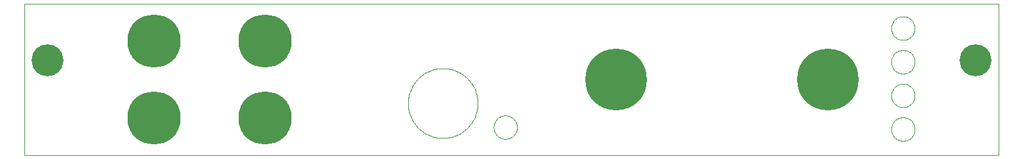
<source format=gtl>
G75*
%MOIN*%
%OFA0B0*%
%FSLAX24Y24*%
%IPPOS*%
%LPD*%
%AMOC8*
5,1,8,0,0,1.08239X$1,22.5*
%
%ADD10C,0.0010*%
%ADD11C,0.0000*%
%ADD12C,0.2762*%
%ADD13C,0.3195*%
%ADD14C,0.1660*%
D10*
X000847Y001846D02*
X051437Y001846D01*
X051437Y009721D01*
X000847Y009721D01*
X000847Y001846D01*
D11*
X020768Y004543D02*
X020770Y004628D01*
X020776Y004713D01*
X020786Y004797D01*
X020800Y004881D01*
X020818Y004964D01*
X020839Y005046D01*
X020865Y005127D01*
X020894Y005207D01*
X020927Y005285D01*
X020963Y005361D01*
X021004Y005436D01*
X021047Y005509D01*
X021094Y005580D01*
X021144Y005648D01*
X021198Y005714D01*
X021254Y005778D01*
X021314Y005838D01*
X021376Y005896D01*
X021440Y005951D01*
X021508Y006003D01*
X021577Y006052D01*
X021649Y006097D01*
X021723Y006139D01*
X021799Y006177D01*
X021876Y006212D01*
X021955Y006243D01*
X022036Y006271D01*
X022117Y006294D01*
X022200Y006314D01*
X022283Y006330D01*
X022367Y006342D01*
X022452Y006350D01*
X022537Y006354D01*
X022621Y006354D01*
X022706Y006350D01*
X022791Y006342D01*
X022875Y006330D01*
X022958Y006314D01*
X023041Y006294D01*
X023122Y006271D01*
X023203Y006243D01*
X023282Y006212D01*
X023359Y006177D01*
X023435Y006139D01*
X023509Y006097D01*
X023581Y006052D01*
X023650Y006003D01*
X023718Y005951D01*
X023782Y005896D01*
X023844Y005838D01*
X023904Y005778D01*
X023960Y005714D01*
X024014Y005648D01*
X024064Y005580D01*
X024111Y005509D01*
X024154Y005436D01*
X024195Y005361D01*
X024231Y005285D01*
X024264Y005207D01*
X024293Y005127D01*
X024319Y005046D01*
X024340Y004964D01*
X024358Y004881D01*
X024372Y004797D01*
X024382Y004713D01*
X024388Y004628D01*
X024390Y004543D01*
X024388Y004458D01*
X024382Y004373D01*
X024372Y004289D01*
X024358Y004205D01*
X024340Y004122D01*
X024319Y004040D01*
X024293Y003959D01*
X024264Y003879D01*
X024231Y003801D01*
X024195Y003725D01*
X024154Y003650D01*
X024111Y003577D01*
X024064Y003506D01*
X024014Y003438D01*
X023960Y003372D01*
X023904Y003308D01*
X023844Y003248D01*
X023782Y003190D01*
X023718Y003135D01*
X023650Y003083D01*
X023581Y003034D01*
X023509Y002989D01*
X023435Y002947D01*
X023359Y002909D01*
X023282Y002874D01*
X023203Y002843D01*
X023122Y002815D01*
X023041Y002792D01*
X022958Y002772D01*
X022875Y002756D01*
X022791Y002744D01*
X022706Y002736D01*
X022621Y002732D01*
X022537Y002732D01*
X022452Y002736D01*
X022367Y002744D01*
X022283Y002756D01*
X022200Y002772D01*
X022117Y002792D01*
X022036Y002815D01*
X021955Y002843D01*
X021876Y002874D01*
X021799Y002909D01*
X021723Y002947D01*
X021649Y002989D01*
X021577Y003034D01*
X021508Y003083D01*
X021440Y003135D01*
X021376Y003190D01*
X021314Y003248D01*
X021254Y003308D01*
X021198Y003372D01*
X021144Y003438D01*
X021094Y003506D01*
X021047Y003577D01*
X021004Y003650D01*
X020963Y003725D01*
X020927Y003801D01*
X020894Y003879D01*
X020865Y003959D01*
X020839Y004040D01*
X020818Y004122D01*
X020800Y004205D01*
X020786Y004289D01*
X020776Y004373D01*
X020770Y004458D01*
X020768Y004543D01*
X025219Y003293D02*
X025221Y003342D01*
X025227Y003391D01*
X025237Y003439D01*
X025250Y003486D01*
X025268Y003532D01*
X025289Y003576D01*
X025313Y003619D01*
X025341Y003659D01*
X025372Y003698D01*
X025406Y003733D01*
X025443Y003766D01*
X025482Y003795D01*
X025524Y003821D01*
X025567Y003844D01*
X025613Y003863D01*
X025659Y003879D01*
X025707Y003891D01*
X025755Y003899D01*
X025804Y003903D01*
X025854Y003903D01*
X025903Y003899D01*
X025951Y003891D01*
X025999Y003879D01*
X026045Y003863D01*
X026091Y003844D01*
X026134Y003821D01*
X026176Y003795D01*
X026215Y003766D01*
X026252Y003733D01*
X026286Y003698D01*
X026317Y003659D01*
X026345Y003619D01*
X026369Y003576D01*
X026390Y003532D01*
X026408Y003486D01*
X026421Y003439D01*
X026431Y003391D01*
X026437Y003342D01*
X026439Y003293D01*
X026437Y003244D01*
X026431Y003195D01*
X026421Y003147D01*
X026408Y003100D01*
X026390Y003054D01*
X026369Y003010D01*
X026345Y002967D01*
X026317Y002927D01*
X026286Y002888D01*
X026252Y002853D01*
X026215Y002820D01*
X026176Y002791D01*
X026134Y002765D01*
X026091Y002742D01*
X026045Y002723D01*
X025999Y002707D01*
X025951Y002695D01*
X025903Y002687D01*
X025854Y002683D01*
X025804Y002683D01*
X025755Y002687D01*
X025707Y002695D01*
X025659Y002707D01*
X025613Y002723D01*
X025567Y002742D01*
X025524Y002765D01*
X025482Y002791D01*
X025443Y002820D01*
X025406Y002853D01*
X025372Y002888D01*
X025341Y002927D01*
X025313Y002967D01*
X025289Y003010D01*
X025268Y003054D01*
X025250Y003100D01*
X025237Y003147D01*
X025227Y003195D01*
X025221Y003244D01*
X025219Y003293D01*
X045869Y003193D02*
X045871Y003242D01*
X045877Y003291D01*
X045887Y003339D01*
X045900Y003386D01*
X045918Y003432D01*
X045939Y003476D01*
X045963Y003519D01*
X045991Y003559D01*
X046022Y003598D01*
X046056Y003633D01*
X046093Y003666D01*
X046132Y003695D01*
X046174Y003721D01*
X046217Y003744D01*
X046263Y003763D01*
X046309Y003779D01*
X046357Y003791D01*
X046405Y003799D01*
X046454Y003803D01*
X046504Y003803D01*
X046553Y003799D01*
X046601Y003791D01*
X046649Y003779D01*
X046695Y003763D01*
X046741Y003744D01*
X046784Y003721D01*
X046826Y003695D01*
X046865Y003666D01*
X046902Y003633D01*
X046936Y003598D01*
X046967Y003559D01*
X046995Y003519D01*
X047019Y003476D01*
X047040Y003432D01*
X047058Y003386D01*
X047071Y003339D01*
X047081Y003291D01*
X047087Y003242D01*
X047089Y003193D01*
X047087Y003144D01*
X047081Y003095D01*
X047071Y003047D01*
X047058Y003000D01*
X047040Y002954D01*
X047019Y002910D01*
X046995Y002867D01*
X046967Y002827D01*
X046936Y002788D01*
X046902Y002753D01*
X046865Y002720D01*
X046826Y002691D01*
X046784Y002665D01*
X046741Y002642D01*
X046695Y002623D01*
X046649Y002607D01*
X046601Y002595D01*
X046553Y002587D01*
X046504Y002583D01*
X046454Y002583D01*
X046405Y002587D01*
X046357Y002595D01*
X046309Y002607D01*
X046263Y002623D01*
X046217Y002642D01*
X046174Y002665D01*
X046132Y002691D01*
X046093Y002720D01*
X046056Y002753D01*
X046022Y002788D01*
X045991Y002827D01*
X045963Y002867D01*
X045939Y002910D01*
X045918Y002954D01*
X045900Y003000D01*
X045887Y003047D01*
X045877Y003095D01*
X045871Y003144D01*
X045869Y003193D01*
X045869Y004943D02*
X045871Y004992D01*
X045877Y005041D01*
X045887Y005089D01*
X045900Y005136D01*
X045918Y005182D01*
X045939Y005226D01*
X045963Y005269D01*
X045991Y005309D01*
X046022Y005348D01*
X046056Y005383D01*
X046093Y005416D01*
X046132Y005445D01*
X046174Y005471D01*
X046217Y005494D01*
X046263Y005513D01*
X046309Y005529D01*
X046357Y005541D01*
X046405Y005549D01*
X046454Y005553D01*
X046504Y005553D01*
X046553Y005549D01*
X046601Y005541D01*
X046649Y005529D01*
X046695Y005513D01*
X046741Y005494D01*
X046784Y005471D01*
X046826Y005445D01*
X046865Y005416D01*
X046902Y005383D01*
X046936Y005348D01*
X046967Y005309D01*
X046995Y005269D01*
X047019Y005226D01*
X047040Y005182D01*
X047058Y005136D01*
X047071Y005089D01*
X047081Y005041D01*
X047087Y004992D01*
X047089Y004943D01*
X047087Y004894D01*
X047081Y004845D01*
X047071Y004797D01*
X047058Y004750D01*
X047040Y004704D01*
X047019Y004660D01*
X046995Y004617D01*
X046967Y004577D01*
X046936Y004538D01*
X046902Y004503D01*
X046865Y004470D01*
X046826Y004441D01*
X046784Y004415D01*
X046741Y004392D01*
X046695Y004373D01*
X046649Y004357D01*
X046601Y004345D01*
X046553Y004337D01*
X046504Y004333D01*
X046454Y004333D01*
X046405Y004337D01*
X046357Y004345D01*
X046309Y004357D01*
X046263Y004373D01*
X046217Y004392D01*
X046174Y004415D01*
X046132Y004441D01*
X046093Y004470D01*
X046056Y004503D01*
X046022Y004538D01*
X045991Y004577D01*
X045963Y004617D01*
X045939Y004660D01*
X045918Y004704D01*
X045900Y004750D01*
X045887Y004797D01*
X045877Y004845D01*
X045871Y004894D01*
X045869Y004943D01*
X045869Y006693D02*
X045871Y006742D01*
X045877Y006791D01*
X045887Y006839D01*
X045900Y006886D01*
X045918Y006932D01*
X045939Y006976D01*
X045963Y007019D01*
X045991Y007059D01*
X046022Y007098D01*
X046056Y007133D01*
X046093Y007166D01*
X046132Y007195D01*
X046174Y007221D01*
X046217Y007244D01*
X046263Y007263D01*
X046309Y007279D01*
X046357Y007291D01*
X046405Y007299D01*
X046454Y007303D01*
X046504Y007303D01*
X046553Y007299D01*
X046601Y007291D01*
X046649Y007279D01*
X046695Y007263D01*
X046741Y007244D01*
X046784Y007221D01*
X046826Y007195D01*
X046865Y007166D01*
X046902Y007133D01*
X046936Y007098D01*
X046967Y007059D01*
X046995Y007019D01*
X047019Y006976D01*
X047040Y006932D01*
X047058Y006886D01*
X047071Y006839D01*
X047081Y006791D01*
X047087Y006742D01*
X047089Y006693D01*
X047087Y006644D01*
X047081Y006595D01*
X047071Y006547D01*
X047058Y006500D01*
X047040Y006454D01*
X047019Y006410D01*
X046995Y006367D01*
X046967Y006327D01*
X046936Y006288D01*
X046902Y006253D01*
X046865Y006220D01*
X046826Y006191D01*
X046784Y006165D01*
X046741Y006142D01*
X046695Y006123D01*
X046649Y006107D01*
X046601Y006095D01*
X046553Y006087D01*
X046504Y006083D01*
X046454Y006083D01*
X046405Y006087D01*
X046357Y006095D01*
X046309Y006107D01*
X046263Y006123D01*
X046217Y006142D01*
X046174Y006165D01*
X046132Y006191D01*
X046093Y006220D01*
X046056Y006253D01*
X046022Y006288D01*
X045991Y006327D01*
X045963Y006367D01*
X045939Y006410D01*
X045918Y006454D01*
X045900Y006500D01*
X045887Y006547D01*
X045877Y006595D01*
X045871Y006644D01*
X045869Y006693D01*
X045869Y008443D02*
X045871Y008492D01*
X045877Y008541D01*
X045887Y008589D01*
X045900Y008636D01*
X045918Y008682D01*
X045939Y008726D01*
X045963Y008769D01*
X045991Y008809D01*
X046022Y008848D01*
X046056Y008883D01*
X046093Y008916D01*
X046132Y008945D01*
X046174Y008971D01*
X046217Y008994D01*
X046263Y009013D01*
X046309Y009029D01*
X046357Y009041D01*
X046405Y009049D01*
X046454Y009053D01*
X046504Y009053D01*
X046553Y009049D01*
X046601Y009041D01*
X046649Y009029D01*
X046695Y009013D01*
X046741Y008994D01*
X046784Y008971D01*
X046826Y008945D01*
X046865Y008916D01*
X046902Y008883D01*
X046936Y008848D01*
X046967Y008809D01*
X046995Y008769D01*
X047019Y008726D01*
X047040Y008682D01*
X047058Y008636D01*
X047071Y008589D01*
X047081Y008541D01*
X047087Y008492D01*
X047089Y008443D01*
X047087Y008394D01*
X047081Y008345D01*
X047071Y008297D01*
X047058Y008250D01*
X047040Y008204D01*
X047019Y008160D01*
X046995Y008117D01*
X046967Y008077D01*
X046936Y008038D01*
X046902Y008003D01*
X046865Y007970D01*
X046826Y007941D01*
X046784Y007915D01*
X046741Y007892D01*
X046695Y007873D01*
X046649Y007857D01*
X046601Y007845D01*
X046553Y007837D01*
X046504Y007833D01*
X046454Y007833D01*
X046405Y007837D01*
X046357Y007845D01*
X046309Y007857D01*
X046263Y007873D01*
X046217Y007892D01*
X046174Y007915D01*
X046132Y007941D01*
X046093Y007970D01*
X046056Y008003D01*
X046022Y008038D01*
X045991Y008077D01*
X045963Y008117D01*
X045939Y008160D01*
X045918Y008204D01*
X045900Y008250D01*
X045887Y008297D01*
X045877Y008345D01*
X045871Y008394D01*
X045869Y008443D01*
D12*
X013329Y007793D03*
X007579Y007793D03*
X007579Y003793D03*
X013329Y003793D03*
D13*
X031579Y005793D03*
X042579Y005793D03*
D14*
X050256Y006768D03*
X002028Y006768D03*
M02*

</source>
